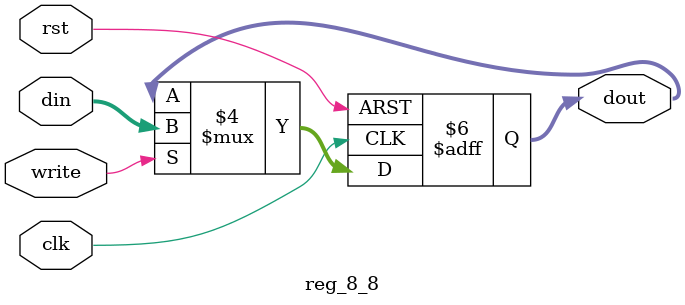
<source format=v>
module reg_8_8(clk,rst,write,din,dout);

output [7:0] dout;
input  clk,rst,write;
input  [7:0] din;

reg [7:0] dout;

always @ (posedge clk or negedge rst)
	begin
		if(!rst)
			dout  <= 8'h31;
		else 
		  if(write)
					 dout<=din;
		  else 
					 dout<=dout;
	end

endmodule
</source>
